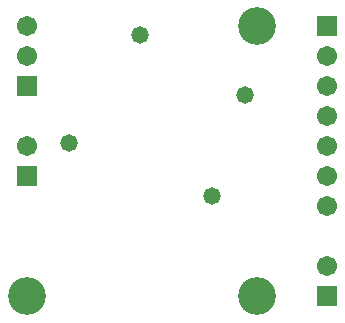
<source format=gbs>
G04 Layer_Color=16711935*
%FSLAX25Y25*%
%MOIN*%
G70*
G01*
G75*
%ADD25C,0.06706*%
%ADD26R,0.06706X0.06706*%
%ADD27C,0.12611*%
%ADD28C,0.05800*%
D25*
X13500Y100000D02*
D03*
Y90000D02*
D03*
Y60000D02*
D03*
X113500Y20000D02*
D03*
Y80000D02*
D03*
Y90000D02*
D03*
Y70000D02*
D03*
Y60000D02*
D03*
Y50000D02*
D03*
Y40000D02*
D03*
D26*
X13500Y80000D02*
D03*
Y50000D02*
D03*
X113500Y10000D02*
D03*
Y100000D02*
D03*
D27*
X13500Y10000D02*
D03*
X90000Y100000D02*
D03*
Y10000D02*
D03*
D28*
X27500Y61000D02*
D03*
X51000Y97000D02*
D03*
X86000Y77000D02*
D03*
X75000Y43500D02*
D03*
M02*

</source>
